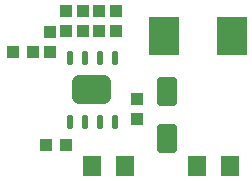
<source format=gbr>
G04 EAGLE Gerber RS-274X export*
G75*
%MOMM*%
%FSLAX34Y34*%
%LPD*%
%INSolderpaste Top*%
%IPPOS*%
%AMOC8*
5,1,8,0,0,1.08239X$1,22.5*%
G01*
%ADD10R,1.600000X1.800000*%
%ADD11C,0.250000*%
%ADD12C,1.200000*%
%ADD13R,2.500000X3.200000*%
%ADD14R,1.000000X1.100000*%
%ADD15C,0.510000*%
%ADD16R,1.100000X1.000000*%


D10*
X-19080Y114300D03*
X8920Y114300D03*
X97820Y114300D03*
X69820Y114300D03*
D11*
X-1250Y201320D02*
X-1250Y210820D01*
X1250Y210820D01*
X1250Y201320D01*
X-1250Y201320D01*
X-1250Y203695D02*
X1250Y203695D01*
X1250Y206070D02*
X-1250Y206070D01*
X-1250Y208445D02*
X1250Y208445D01*
X1250Y210820D02*
X-1250Y210820D01*
X-13950Y210820D02*
X-13950Y201320D01*
X-13950Y210820D02*
X-11450Y210820D01*
X-11450Y201320D01*
X-13950Y201320D01*
X-13950Y203695D02*
X-11450Y203695D01*
X-11450Y206070D02*
X-13950Y206070D01*
X-13950Y208445D02*
X-11450Y208445D01*
X-11450Y210820D02*
X-13950Y210820D01*
X-26650Y210820D02*
X-26650Y201320D01*
X-26650Y210820D02*
X-24150Y210820D01*
X-24150Y201320D01*
X-26650Y201320D01*
X-26650Y203695D02*
X-24150Y203695D01*
X-24150Y206070D02*
X-26650Y206070D01*
X-26650Y208445D02*
X-24150Y208445D01*
X-24150Y210820D02*
X-26650Y210820D01*
X-39350Y210820D02*
X-39350Y201320D01*
X-39350Y210820D02*
X-36850Y210820D01*
X-36850Y201320D01*
X-39350Y201320D01*
X-39350Y203695D02*
X-36850Y203695D01*
X-36850Y206070D02*
X-39350Y206070D01*
X-39350Y208445D02*
X-36850Y208445D01*
X-36850Y210820D02*
X-39350Y210820D01*
X-39350Y156820D02*
X-39350Y147320D01*
X-39350Y156820D02*
X-36850Y156820D01*
X-36850Y147320D01*
X-39350Y147320D01*
X-39350Y149695D02*
X-36850Y149695D01*
X-36850Y152070D02*
X-39350Y152070D01*
X-39350Y154445D02*
X-36850Y154445D01*
X-36850Y156820D02*
X-39350Y156820D01*
X-26650Y156820D02*
X-26650Y147320D01*
X-26650Y156820D02*
X-24150Y156820D01*
X-24150Y147320D01*
X-26650Y147320D01*
X-26650Y149695D02*
X-24150Y149695D01*
X-24150Y152070D02*
X-26650Y152070D01*
X-26650Y154445D02*
X-24150Y154445D01*
X-24150Y156820D02*
X-26650Y156820D01*
X-13950Y156820D02*
X-13950Y147320D01*
X-13950Y156820D02*
X-11450Y156820D01*
X-11450Y147320D01*
X-13950Y147320D01*
X-13950Y149695D02*
X-11450Y149695D01*
X-11450Y152070D02*
X-13950Y152070D01*
X-13950Y154445D02*
X-11450Y154445D01*
X-11450Y156820D02*
X-13950Y156820D01*
X-1250Y156820D02*
X-1250Y147320D01*
X-1250Y156820D02*
X1250Y156820D01*
X1250Y147320D01*
X-1250Y147320D01*
X-1250Y149695D02*
X1250Y149695D01*
X1250Y152070D02*
X-1250Y152070D01*
X-1250Y154445D02*
X1250Y154445D01*
X1250Y156820D02*
X-1250Y156820D01*
D12*
X-8550Y185070D02*
X-29550Y185070D01*
X-8550Y185070D02*
X-8550Y173070D01*
X-29550Y173070D01*
X-29550Y185070D01*
X-29550Y184470D02*
X-8550Y184470D01*
D13*
X42620Y224790D03*
X99620Y224790D03*
D14*
X-26670Y228990D03*
X-26670Y245990D03*
X19050Y154060D03*
X19050Y171060D03*
D15*
X38500Y167530D02*
X50400Y167530D01*
X38500Y167530D02*
X38500Y187430D01*
X50400Y187430D01*
X50400Y167530D01*
X50400Y172375D02*
X38500Y172375D01*
X38500Y177220D02*
X50400Y177220D01*
X50400Y182065D02*
X38500Y182065D01*
X38500Y186910D02*
X50400Y186910D01*
X50400Y127530D02*
X38500Y127530D01*
X38500Y147430D01*
X50400Y147430D01*
X50400Y127530D01*
X50400Y132375D02*
X38500Y132375D01*
X38500Y137220D02*
X50400Y137220D01*
X50400Y142065D02*
X38500Y142065D01*
X38500Y146910D02*
X50400Y146910D01*
D16*
X-68970Y210820D03*
X-85970Y210820D03*
D14*
X-54610Y228210D03*
X-54610Y211210D03*
X-40640Y228990D03*
X-40640Y245990D03*
D16*
X-58030Y132080D03*
X-41030Y132080D03*
D14*
X1270Y228990D03*
X1270Y245990D03*
X-12700Y228990D03*
X-12700Y245990D03*
M02*

</source>
